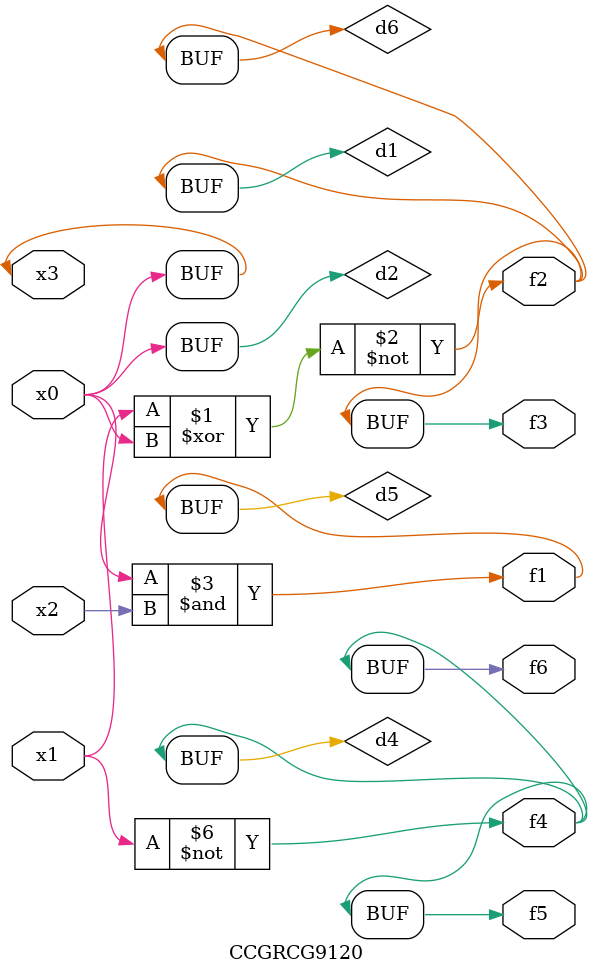
<source format=v>
module CCGRCG9120(
	input x0, x1, x2, x3,
	output f1, f2, f3, f4, f5, f6
);

	wire d1, d2, d3, d4, d5, d6;

	xnor (d1, x1, x3);
	buf (d2, x0, x3);
	nand (d3, x0, x2);
	not (d4, x1);
	nand (d5, d3);
	or (d6, d1);
	assign f1 = d5;
	assign f2 = d6;
	assign f3 = d6;
	assign f4 = d4;
	assign f5 = d4;
	assign f6 = d4;
endmodule

</source>
